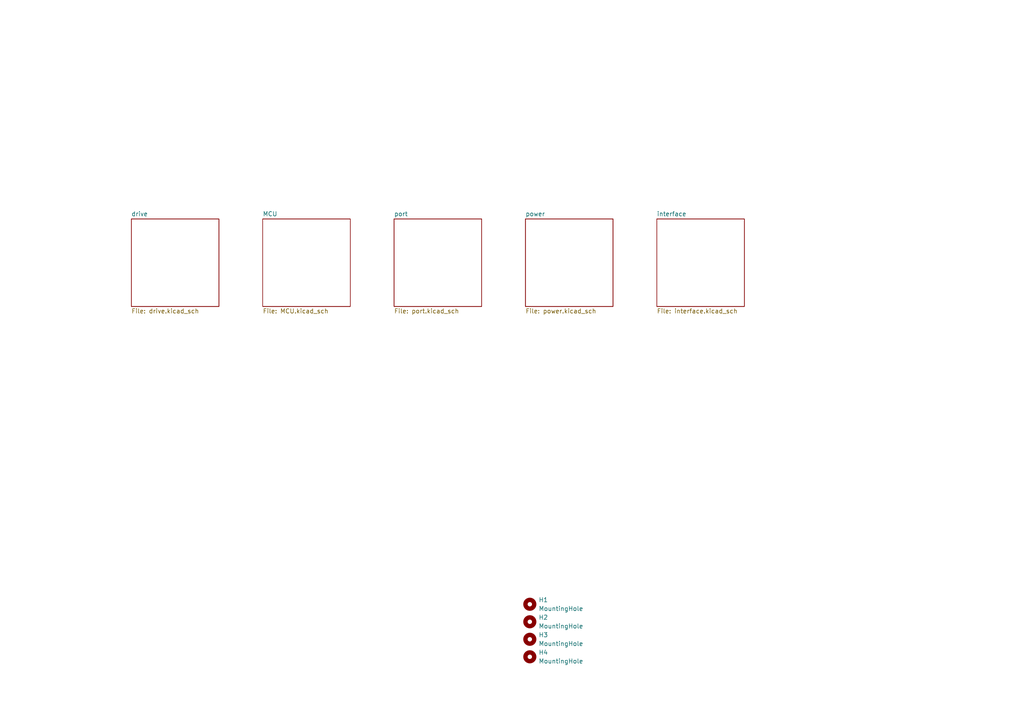
<source format=kicad_sch>
(kicad_sch (version 20211123) (generator eeschema)
  (paper "A4")
  (lib_symbols
    (symbol "Mechanical:MountingHole" (pin_names (offset 1.016))
      (property "Reference" "H" (at 0 5.08 0))
      (property "Value" "MountingHole" (at 0 3.175 0))
      (symbol "MountingHole_0_1"
        (circle (center 0 0) (radius 1.27) (stroke (width 1.27)))
      )
    )
  )
  (symbol (lib_id "Mechanical:MountingHole") (at 153.67 190.5 0) (unit 1)
    (property "Reference" "H4" (at 156.21 189.2299 0) (effects (justify left)))
    (property "Value" "MountingHole" (at 156.21 191.7699 0) (effects (justify left)))
    (property "Footprint" "footprint-lib:MountingHole_3.1mm_M3,rpi_like" (effects hide))
  )
  (symbol (lib_id "Mechanical:MountingHole") (at 153.67 185.42 0) (unit 1)
    (property "Reference" "H3" (at 156.21 184.1499 0) (effects (justify left)))
    (property "Value" "MountingHole" (at 156.21 186.6899 0) (effects (justify left)))
    (property "Footprint" "footprint-lib:MountingHole_3.1mm_M3,rpi_like" (effects hide))
  )
  (symbol (lib_id "Mechanical:MountingHole") (at 153.67 175.26 0) (unit 1)
    (property "Reference" "H1" (at 156.21 173.9899 0) (effects (justify left)))
    (property "Value" "MountingHole" (at 156.21 176.5299 0) (effects (justify left)))
    (property "Footprint" "footprint-lib:MountingHole_3.1mm_M3,rpi_like" (effects hide))
  )
  (symbol (lib_id "Mechanical:MountingHole") (at 153.67 180.34 0) (unit 1)
    (property "Reference" "H2" (at 156.21 179.0699 0) (effects (justify left)))
    (property "Value" "MountingHole" (at 156.21 181.6099 0) (effects (justify left)))
    (property "Footprint" "footprint-lib:MountingHole_3.1mm_M3,rpi_like" (effects hide))
  )
  (sheet (at 38.1 63.5) (size 25.4 25.4) (stroke (width 0.1524))
    (property "Sheet name" "drive" (at 38.1 62.7884 0) (effects (justify left bottom)))
    (property "Sheet file" "drive.kicad_sch" (at 38.1 89.4846 0) (effects (justify left top)))
  )
  (sheet (at 114.3 63.5) (size 25.4 25.4) (stroke (width 0.1524))
    (property "Sheet name" "port" (at 114.3 62.7884 0) (effects (justify left bottom)))
    (property "Sheet file" "port.kicad_sch" (at 114.3 89.4846 0) (effects (justify left top)))
  )
  (sheet (at 190.5 63.5) (size 25.4 25.4) (stroke (width 0.1524))
    (property "Sheet name" "interface" (at 190.5 62.7884 0) (effects (justify left bottom)))
    (property "Sheet file" "interface.kicad_sch" (at 190.5 89.4846 0) (effects (justify left top)))
  )
  (sheet (at 76.2 63.5) (size 25.4 25.4) (stroke (width 0.1524))
    (property "Sheet name" "MCU" (at 76.2 62.7884 0) (effects (justify left bottom)))
    (property "Sheet file" "MCU.kicad_sch" (at 76.2 89.4846 0) (effects (justify left top)))
  )
  (sheet (at 152.4 63.5) (size 25.4 25.4) (stroke (width 0.1524))
    (property "Sheet name" "power" (at 152.4 62.7884 0) (effects (justify left bottom)))
    (property "Sheet file" "power.kicad_sch" (at 152.4 89.4846 0) (effects (justify left top)))
  )
)
</source>
